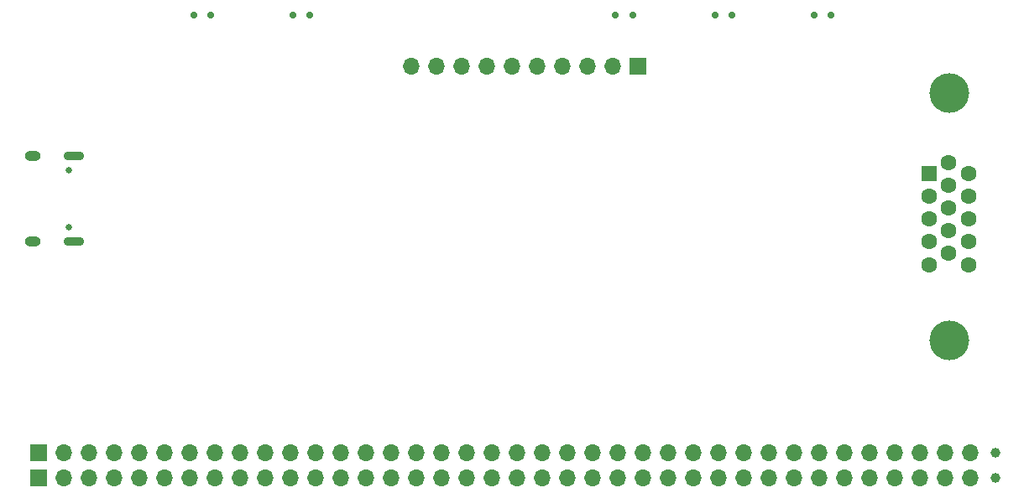
<source format=gbs>
G04 #@! TF.GenerationSoftware,KiCad,Pcbnew,6.0.7-f9a2dced07~116~ubuntu22.04.1*
G04 #@! TF.CreationDate,2022-09-25T15:05:21-07:00*
G04 #@! TF.ProjectId,rc2014compat-pico-vga,72633230-3134-4636-9f6d-7061742d7069,rev?*
G04 #@! TF.SameCoordinates,Original*
G04 #@! TF.FileFunction,Soldermask,Bot*
G04 #@! TF.FilePolarity,Negative*
%FSLAX46Y46*%
G04 Gerber Fmt 4.6, Leading zero omitted, Abs format (unit mm)*
G04 Created by KiCad (PCBNEW 6.0.7-f9a2dced07~116~ubuntu22.04.1) date 2022-09-25 15:05:21*
%MOMM*%
%LPD*%
G01*
G04 APERTURE LIST*
%ADD10C,0.700000*%
%ADD11R,1.700000X1.700000*%
%ADD12O,1.700000X1.700000*%
%ADD13C,4.000000*%
%ADD14R,1.600000X1.600000*%
%ADD15C,1.600000*%
%ADD16C,0.650000*%
%ADD17O,1.600000X1.000000*%
%ADD18O,2.100000X0.900000*%
%ADD19C,1.000000*%
G04 APERTURE END LIST*
D10*
G04 #@! TO.C,SW1*
X181362000Y-104910000D03*
X183062000Y-104910000D03*
G04 #@! TD*
G04 #@! TO.C,SW4*
X233940000Y-104910000D03*
X235640000Y-104910000D03*
G04 #@! TD*
G04 #@! TO.C,SW6*
X171362000Y-104910000D03*
X173062000Y-104910000D03*
G04 #@! TD*
D11*
G04 #@! TO.C,J1*
X216149300Y-110032800D03*
D12*
X213609300Y-110032800D03*
X211069300Y-110032800D03*
X208529300Y-110032800D03*
X205989300Y-110032800D03*
X203449300Y-110032800D03*
X200909300Y-110032800D03*
X198369300Y-110032800D03*
X195829300Y-110032800D03*
X193289300Y-110032800D03*
G04 #@! TD*
D13*
G04 #@! TO.C,J2*
X247605669Y-112737000D03*
X247605669Y-137737000D03*
D14*
X245555669Y-120922000D03*
D15*
X245555669Y-123212000D03*
X245555669Y-125502000D03*
X245555669Y-127792000D03*
X245555669Y-130082000D03*
X247535669Y-119777000D03*
X247535669Y-122067000D03*
X247535669Y-124357000D03*
X247535669Y-126647000D03*
X247535669Y-128937000D03*
X249515669Y-120922000D03*
X249515669Y-123212000D03*
X249515669Y-125502000D03*
X249515669Y-127792000D03*
X249515669Y-130082000D03*
G04 #@! TD*
D10*
G04 #@! TO.C,SW2*
X215640000Y-104910000D03*
X213940000Y-104910000D03*
G04 #@! TD*
G04 #@! TO.C,SW3*
X223940000Y-104910000D03*
X225640000Y-104910000D03*
G04 #@! TD*
D16*
G04 #@! TO.C,J3*
X158782000Y-126334000D03*
X158782000Y-120554000D03*
D17*
X155102000Y-127764000D03*
D18*
X159282000Y-119124000D03*
X159282000Y-127764000D03*
D17*
X155102000Y-119124000D03*
G04 #@! TD*
D11*
G04 #@! TO.C,J5*
X155702000Y-151612600D03*
D12*
X158242000Y-151612600D03*
X160782000Y-151612600D03*
X163322000Y-151612600D03*
X165862000Y-151612600D03*
X168402000Y-151612600D03*
X170942000Y-151612600D03*
X173482000Y-151612600D03*
X176022000Y-151612600D03*
X178562000Y-151612600D03*
X181102000Y-151612600D03*
X183642000Y-151612600D03*
X186182000Y-151612600D03*
X188722000Y-151612600D03*
X191262000Y-151612600D03*
X193802000Y-151612600D03*
X196342000Y-151612600D03*
X198882000Y-151612600D03*
X201422000Y-151612600D03*
X203962000Y-151612600D03*
X206502000Y-151612600D03*
X209042000Y-151612600D03*
X211582000Y-151612600D03*
X214122000Y-151612600D03*
X216662000Y-151612600D03*
X219202000Y-151612600D03*
X221742000Y-151612600D03*
X224282000Y-151612600D03*
X226822000Y-151612600D03*
X229362000Y-151612600D03*
X231902000Y-151612600D03*
X234442000Y-151612600D03*
X236982000Y-151612600D03*
X239522000Y-151612600D03*
X242062000Y-151612600D03*
X244602000Y-151612600D03*
X247142000Y-151612600D03*
X249682000Y-151612600D03*
D19*
X252222000Y-151612600D03*
G04 #@! TD*
D11*
G04 #@! TO.C,J4*
X155702000Y-149072600D03*
D12*
X158242000Y-149072600D03*
X160782000Y-149072600D03*
X163322000Y-149072600D03*
X165862000Y-149072600D03*
X168402000Y-149072600D03*
X170942000Y-149072600D03*
X173482000Y-149072600D03*
X176022000Y-149072600D03*
X178562000Y-149072600D03*
X181102000Y-149072600D03*
X183642000Y-149072600D03*
X186182000Y-149072600D03*
X188722000Y-149072600D03*
X191262000Y-149072600D03*
X193802000Y-149072600D03*
X196342000Y-149072600D03*
X198882000Y-149072600D03*
X201422000Y-149072600D03*
X203962000Y-149072600D03*
X206502000Y-149072600D03*
X209042000Y-149072600D03*
X211582000Y-149072600D03*
X214122000Y-149072600D03*
X216662000Y-149072600D03*
X219202000Y-149072600D03*
X221742000Y-149072600D03*
X224282000Y-149072600D03*
X226822000Y-149072600D03*
X229362000Y-149072600D03*
X231902000Y-149072600D03*
X234442000Y-149072600D03*
X236982000Y-149072600D03*
X239522000Y-149072600D03*
X242062000Y-149072600D03*
X244602000Y-149072600D03*
X247142000Y-149072600D03*
X249682000Y-149072600D03*
D19*
X252222000Y-149072600D03*
G04 #@! TD*
M02*

</source>
